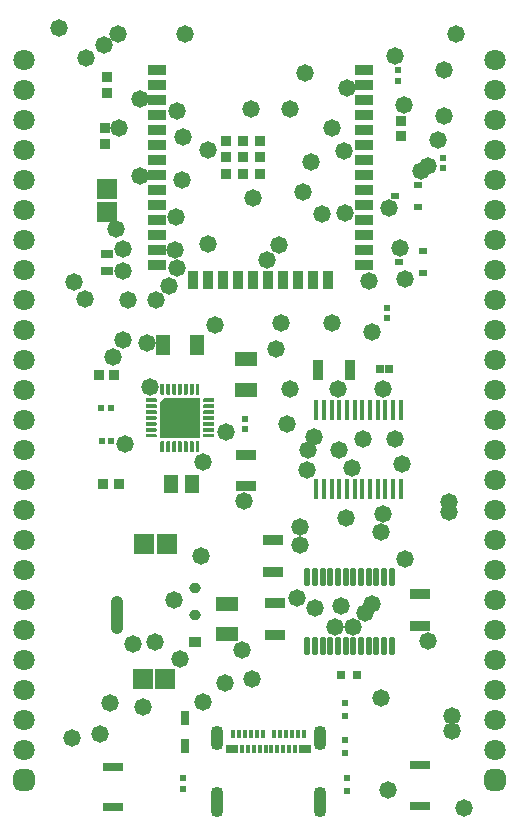
<source format=gts>
G04*
G04 #@! TF.GenerationSoftware,Altium Limited,Altium Designer,23.1.1 (15)*
G04*
G04 Layer_Color=8388736*
%FSLAX44Y44*%
%MOMM*%
G71*
G04*
G04 #@! TF.SameCoordinates,41D86B32-BED1-46DB-A61E-0691954F4559*
G04*
G04*
G04 #@! TF.FilePolarity,Negative*
G04*
G01*
G75*
G04:AMPARAMS|DCode=15|XSize=1.7528mm|YSize=0.4149mm|CornerRadius=0.2075mm|HoleSize=0mm|Usage=FLASHONLY|Rotation=270.000|XOffset=0mm|YOffset=0mm|HoleType=Round|Shape=RoundedRectangle|*
%AMROUNDEDRECTD15*
21,1,1.7528,0.0000,0,0,270.0*
21,1,1.3379,0.4149,0,0,270.0*
1,1,0.4149,0.0000,-0.6690*
1,1,0.4149,0.0000,0.6690*
1,1,0.4149,0.0000,0.6690*
1,1,0.4149,0.0000,-0.6690*
%
%ADD15ROUNDEDRECTD15*%
%ADD16R,0.4149X1.7528*%
%ADD17R,1.7000X0.8000*%
%ADD19R,0.9000X0.8500*%
%ADD21R,0.7000X0.7000*%
%ADD22R,0.8500X0.9000*%
%ADD24R,0.5725X0.6153*%
%ADD27R,0.9000X0.9000*%
%ADD28R,0.9000X1.5000*%
%ADD29R,1.5000X0.9000*%
%ADD30R,1.0000X0.7000*%
%ADD31R,0.3000X0.7000*%
G04:AMPARAMS|DCode=32|XSize=1.5mm|YSize=0.45mm|CornerRadius=0.0495mm|HoleSize=0mm|Usage=FLASHONLY|Rotation=90.000|XOffset=0mm|YOffset=0mm|HoleType=Round|Shape=RoundedRectangle|*
%AMROUNDEDRECTD32*
21,1,1.5000,0.3510,0,0,90.0*
21,1,1.4010,0.4500,0,0,90.0*
1,1,0.0990,0.1755,0.7005*
1,1,0.0990,0.1755,-0.7005*
1,1,0.0990,-0.1755,-0.7005*
1,1,0.0990,-0.1755,0.7005*
%
%ADD32ROUNDEDRECTD32*%
%ADD33R,1.0043X0.8721*%
G04:AMPARAMS|DCode=34|XSize=1.0043mm|YSize=0.8721mm|CornerRadius=0.4361mm|HoleSize=0mm|Usage=FLASHONLY|Rotation=180.000|XOffset=0mm|YOffset=0mm|HoleType=Round|Shape=RoundedRectangle|*
%AMROUNDEDRECTD34*
21,1,1.0043,0.0000,0,0,180.0*
21,1,0.1322,0.8721,0,0,180.0*
1,1,0.8721,-0.0661,0.0000*
1,1,0.8721,0.0661,0.0000*
1,1,0.8721,0.0661,0.0000*
1,1,0.8721,-0.0661,0.0000*
%
%ADD34ROUNDEDRECTD34*%
G04:AMPARAMS|DCode=35|XSize=1.0043mm|YSize=3.1821mm|CornerRadius=0.4369mm|HoleSize=0mm|Usage=FLASHONLY|Rotation=180.000|XOffset=0mm|YOffset=0mm|HoleType=Round|Shape=RoundedRectangle|*
%AMROUNDEDRECTD35*
21,1,1.0043,2.3084,0,0,180.0*
21,1,0.1306,3.1821,0,0,180.0*
1,1,0.8737,-0.0653,1.1542*
1,1,0.8737,0.0653,1.1542*
1,1,0.8737,0.0653,-1.1542*
1,1,0.8737,-0.0653,-1.1542*
%
%ADD35ROUNDEDRECTD35*%
%ADD36R,0.8000X0.6000*%
%ADD37R,0.9561X1.6582*%
%ADD38R,1.6582X0.9561*%
%ADD39R,0.5725X0.5682*%
%ADD41R,1.2549X1.8062*%
%ADD43R,0.4682X0.4725*%
%ADD44R,0.4725X0.4682*%
%ADD45C,0.2700*%
%ADD47R,0.6153X0.5725*%
%ADD48R,1.7532X1.6532*%
%ADD49R,0.7632X0.7232*%
%ADD50R,1.6532X1.7532*%
%ADD51R,0.7032X1.2782*%
%ADD52R,0.5232X0.6332*%
%ADD53R,1.9032X1.3032*%
%ADD54R,1.3032X1.6032*%
%ADD55C,3.0150*%
%ADD56R,1.0032X0.8032*%
G04:AMPARAMS|DCode=57|XSize=1.1mm|YSize=2.6mm|CornerRadius=0.55mm|HoleSize=0mm|Usage=FLASHONLY|Rotation=0.000|XOffset=0mm|YOffset=0mm|HoleType=Round|Shape=RoundedRectangle|*
%AMROUNDEDRECTD57*
21,1,1.1000,1.5000,0,0,0.0*
21,1,0.0000,2.6000,0,0,0.0*
1,1,1.1000,0.0000,-0.7500*
1,1,1.1000,0.0000,-0.7500*
1,1,1.1000,0.0000,0.7500*
1,1,1.1000,0.0000,0.7500*
%
%ADD57ROUNDEDRECTD57*%
G04:AMPARAMS|DCode=58|XSize=1.1mm|YSize=2.1mm|CornerRadius=0.55mm|HoleSize=0mm|Usage=FLASHONLY|Rotation=0.000|XOffset=0mm|YOffset=0mm|HoleType=Round|Shape=RoundedRectangle|*
%AMROUNDEDRECTD58*
21,1,1.1000,1.0000,0,0,0.0*
21,1,0.0000,2.1000,0,0,0.0*
1,1,1.1000,0.0000,-0.5000*
1,1,1.1000,0.0000,-0.5000*
1,1,1.1000,0.0000,0.5000*
1,1,1.1000,0.0000,0.5000*
%
%ADD58ROUNDEDRECTD58*%
%ADD59C,1.8032*%
G04:AMPARAMS|DCode=60|XSize=1.8032mm|YSize=1.8032mm|CornerRadius=0.5016mm|HoleSize=0mm|Usage=FLASHONLY|Rotation=90.000|XOffset=0mm|YOffset=0mm|HoleType=Round|Shape=RoundedRectangle|*
%AMROUNDEDRECTD60*
21,1,1.8032,0.8000,0,0,90.0*
21,1,0.8000,1.8032,0,0,90.0*
1,1,1.0032,0.4000,0.4000*
1,1,1.0032,0.4000,-0.4000*
1,1,1.0032,-0.4000,-0.4000*
1,1,1.0032,-0.4000,0.4000*
%
%ADD60ROUNDEDRECTD60*%
%ADD61C,1.4732*%
G36*
X981620Y789230D02*
Y788932D01*
X981391Y788380D01*
X980969Y787958D01*
X980418Y787730D01*
X979821D01*
X979270Y787958D01*
X978848Y788380D01*
X978620Y788932D01*
Y789230D01*
Y797230D01*
X981620D01*
Y789230D01*
D02*
G37*
G36*
X976620D02*
Y788932D01*
X976391Y788380D01*
X975969Y787958D01*
X975418Y787730D01*
X974821D01*
X974270Y787958D01*
X973848Y788380D01*
X973620Y788932D01*
Y789230D01*
Y797230D01*
X976620D01*
Y789230D01*
D02*
G37*
G36*
X971620D02*
Y788932D01*
X971391Y788380D01*
X970969Y787958D01*
X970418Y787730D01*
X969821D01*
X969270Y787958D01*
X968848Y788380D01*
X968620Y788932D01*
Y789230D01*
Y797230D01*
X971620D01*
X971620Y789230D01*
D02*
G37*
G36*
X966620D02*
Y788932D01*
X966391Y788380D01*
X965969Y787958D01*
X965418Y787730D01*
X964821D01*
X964270Y787958D01*
X963848Y788380D01*
X963620Y788932D01*
Y789230D01*
Y797230D01*
X966620D01*
Y789230D01*
D02*
G37*
G36*
X961620D02*
Y788932D01*
X961391Y788380D01*
X960969Y787958D01*
X960418Y787730D01*
X959821D01*
X959270Y787958D01*
X958848Y788380D01*
X958620Y788932D01*
Y789230D01*
X958620D01*
Y797230D01*
X961620D01*
Y789230D01*
D02*
G37*
G36*
X956620D02*
Y788932D01*
X956391Y788380D01*
X955969Y787958D01*
X955418Y787730D01*
X954821D01*
X954270Y787958D01*
X953848Y788380D01*
X953620Y788932D01*
Y789230D01*
Y797230D01*
X956620D01*
Y789230D01*
D02*
G37*
G36*
X951620D02*
Y788932D01*
X951391Y788380D01*
X950969Y787958D01*
X950418Y787730D01*
X949821D01*
X949270Y787958D01*
X948848Y788380D01*
X948620Y788932D01*
Y789230D01*
Y797230D01*
X951620D01*
Y789230D01*
D02*
G37*
G36*
X993870Y781980D02*
X985571D01*
X985020Y782208D01*
X984598Y782630D01*
X984370Y783182D01*
Y783480D01*
Y783778D01*
X984598Y784330D01*
X985020Y784752D01*
X985571Y784980D01*
X993870D01*
Y781980D01*
D02*
G37*
G36*
X945219Y784752D02*
X945641Y784330D01*
X945870Y783778D01*
Y783480D01*
Y783182D01*
X945641Y782630D01*
X945219Y782208D01*
X944668Y781980D01*
X936370D01*
Y784980D01*
X944668D01*
X945219Y784752D01*
D02*
G37*
G36*
X993870Y776980D02*
X985571D01*
X985020Y777208D01*
X984598Y777630D01*
X984370Y778182D01*
Y778480D01*
Y778778D01*
X984598Y779330D01*
X985020Y779752D01*
X985571Y779980D01*
X993870D01*
Y776980D01*
D02*
G37*
G36*
X945219Y779752D02*
X945641Y779330D01*
X945870Y778778D01*
Y778480D01*
Y778182D01*
X945641Y777630D01*
X945219Y777208D01*
X944668Y776980D01*
X936370D01*
Y779980D01*
X944668D01*
X945219Y779752D01*
D02*
G37*
G36*
X993870Y771980D02*
X985571D01*
X985020Y772208D01*
X984598Y772630D01*
X984370Y773182D01*
Y773480D01*
Y773778D01*
X984598Y774330D01*
X985020Y774752D01*
X985571Y774980D01*
X985870D01*
Y774980D01*
X993870D01*
Y771980D01*
D02*
G37*
G36*
X944370Y774980D02*
X944668D01*
X945219Y774752D01*
X945641Y774330D01*
X945870Y773778D01*
Y773480D01*
Y773182D01*
X945641Y772630D01*
X945219Y772208D01*
X944668Y771980D01*
X936370D01*
Y774980D01*
X944370Y774980D01*
D02*
G37*
G36*
X993870Y766980D02*
X985571D01*
X985020Y767208D01*
X984598Y767630D01*
X984370Y768182D01*
Y768480D01*
Y768778D01*
X984598Y769330D01*
X985020Y769752D01*
X985571Y769980D01*
X993870D01*
Y766980D01*
D02*
G37*
G36*
X945219Y769752D02*
X945641Y769330D01*
X945870Y768778D01*
Y768480D01*
Y768182D01*
X945641Y767630D01*
X945219Y767208D01*
X944668Y766980D01*
X936370D01*
Y769980D01*
X944668D01*
X945219Y769752D01*
D02*
G37*
G36*
X993870Y761980D02*
X985870Y761980D01*
X985571D01*
X985020Y762208D01*
X984598Y762630D01*
X984370Y763182D01*
Y763480D01*
Y763778D01*
X984598Y764330D01*
X985020Y764752D01*
X985571Y764980D01*
X993870D01*
Y761980D01*
D02*
G37*
G36*
X945219Y764752D02*
X945641Y764330D01*
X945870Y763778D01*
Y763480D01*
Y763182D01*
X945641Y762630D01*
X945219Y762208D01*
X944668Y761980D01*
X944370D01*
Y761980D01*
X936370D01*
Y764980D01*
X944668D01*
X945219Y764752D01*
D02*
G37*
G36*
X993870Y756980D02*
X985571D01*
X985020Y757208D01*
X984598Y757630D01*
X984370Y758182D01*
Y758480D01*
Y758778D01*
X984598Y759330D01*
X985020Y759752D01*
X985571Y759980D01*
X993870D01*
Y756980D01*
D02*
G37*
G36*
X945219Y759752D02*
X945641Y759330D01*
X945870Y758778D01*
Y758480D01*
Y758182D01*
X945641Y757630D01*
X945219Y757208D01*
X944668Y756980D01*
X936370D01*
Y759980D01*
X944668D01*
X945219Y759752D01*
D02*
G37*
G36*
X993870Y751980D02*
X985571D01*
X985020Y752208D01*
X984598Y752630D01*
X984370Y753182D01*
Y753480D01*
Y753778D01*
X984598Y754330D01*
X985020Y754752D01*
X985571Y754980D01*
X993870D01*
Y751980D01*
D02*
G37*
G36*
X945219Y754752D02*
X945641Y754330D01*
X945870Y753778D01*
Y753480D01*
Y753182D01*
X945641Y752630D01*
X945219Y752208D01*
X944668Y751980D01*
X936370D01*
Y754980D01*
X944668D01*
X945219Y754752D01*
D02*
G37*
G36*
X981870Y751730D02*
X948370D01*
Y781730D01*
X951870Y785230D01*
X981870D01*
Y751730D01*
D02*
G37*
G36*
X980969Y749002D02*
X981391Y748580D01*
X981620Y748028D01*
Y747730D01*
Y739730D01*
X978620D01*
Y747730D01*
Y748028D01*
X978848Y748580D01*
X979270Y749002D01*
X979821Y749230D01*
X980418D01*
X980969Y749002D01*
D02*
G37*
G36*
X975969D02*
X976391Y748580D01*
X976620Y748028D01*
Y747730D01*
Y739730D01*
X973620D01*
Y747730D01*
Y748028D01*
X973848Y748580D01*
X974270Y749002D01*
X974821Y749230D01*
X975418D01*
X975969Y749002D01*
D02*
G37*
G36*
X970969D02*
X971391Y748580D01*
X971620Y748028D01*
Y747730D01*
X971620D01*
Y739730D01*
X968620D01*
Y747730D01*
Y748028D01*
X968848Y748580D01*
X969270Y749002D01*
X969821Y749230D01*
X970418D01*
X970969Y749002D01*
D02*
G37*
G36*
X965969D02*
X966391Y748580D01*
X966620Y748028D01*
Y747730D01*
Y739730D01*
X963620D01*
Y747730D01*
Y748028D01*
X963848Y748580D01*
X964270Y749002D01*
X964821Y749230D01*
X965418D01*
X965969Y749002D01*
D02*
G37*
G36*
X960969D02*
X961391Y748580D01*
X961620Y748028D01*
Y747730D01*
Y739730D01*
X958620D01*
X958620Y747730D01*
Y748028D01*
X958848Y748580D01*
X959270Y749002D01*
X959821Y749230D01*
X960418D01*
X960969Y749002D01*
D02*
G37*
G36*
X955969D02*
X956391Y748580D01*
X956620Y748028D01*
Y747730D01*
Y739730D01*
X953620D01*
Y747730D01*
Y748028D01*
X953848Y748580D01*
X954270Y749002D01*
X954821Y749230D01*
X955418D01*
X955969Y749002D01*
D02*
G37*
G36*
X950969D02*
X951391Y748580D01*
X951620Y748028D01*
Y747730D01*
Y739730D01*
X948620D01*
Y747730D01*
Y748028D01*
X948848Y748580D01*
X949270Y749002D01*
X949821Y749230D01*
X950418D01*
X950969Y749002D01*
D02*
G37*
D15*
X1152080Y707928D02*
D03*
X1145580D02*
D03*
X1139080D02*
D03*
X1132580D02*
D03*
X1126080D02*
D03*
X1119580D02*
D03*
X1113080D02*
D03*
X1106580D02*
D03*
X1100080D02*
D03*
X1093580D02*
D03*
X1087080D02*
D03*
X1080580D02*
D03*
Y775432D02*
D03*
X1087080D02*
D03*
X1093580D02*
D03*
X1100080D02*
D03*
X1106580D02*
D03*
X1113080D02*
D03*
X1119580D02*
D03*
X1126080D02*
D03*
X1132580D02*
D03*
X1139080D02*
D03*
X1145580D02*
D03*
D16*
X1152080D02*
D03*
D17*
X908050Y472930D02*
D03*
Y438930D02*
D03*
X1168400Y474200D02*
D03*
Y440200D02*
D03*
D19*
X901700Y1000610D02*
D03*
Y1013610D02*
D03*
X1151890Y1019810D02*
D03*
Y1006810D02*
D03*
X902970Y1043940D02*
D03*
Y1056940D02*
D03*
D21*
X1115090Y551180D02*
D03*
X1101090D02*
D03*
D22*
X913280Y712470D02*
D03*
X900280D02*
D03*
X909470Y805180D02*
D03*
X896470D02*
D03*
D24*
X967740Y454660D02*
D03*
Y463232D02*
D03*
D27*
X1032510Y975300D02*
D03*
X1018510D02*
D03*
X1004510D02*
D03*
X1032510Y989300D02*
D03*
X1018510D02*
D03*
X1004510D02*
D03*
X1032510Y1003300D02*
D03*
X1018510D02*
D03*
X1004510D02*
D03*
D28*
X1090710Y885100D02*
D03*
X1078010D02*
D03*
X1065310D02*
D03*
X1052610D02*
D03*
X1039910D02*
D03*
X1027210D02*
D03*
X1014510D02*
D03*
X1001810D02*
D03*
X989110D02*
D03*
X976410D02*
D03*
D29*
X1121010Y1062700D02*
D03*
Y1050000D02*
D03*
Y1037300D02*
D03*
Y1024600D02*
D03*
Y1011900D02*
D03*
Y999200D02*
D03*
Y986500D02*
D03*
Y973800D02*
D03*
Y961100D02*
D03*
Y948400D02*
D03*
Y935700D02*
D03*
Y923000D02*
D03*
Y910300D02*
D03*
Y897600D02*
D03*
X946010D02*
D03*
Y910300D02*
D03*
Y923000D02*
D03*
Y935700D02*
D03*
Y948400D02*
D03*
Y961100D02*
D03*
Y973800D02*
D03*
Y986500D02*
D03*
Y999200D02*
D03*
Y1011900D02*
D03*
Y1024600D02*
D03*
Y1037300D02*
D03*
Y1050000D02*
D03*
Y1062700D02*
D03*
D30*
X1071130Y488250D02*
D03*
X1009130D02*
D03*
D31*
X1017630D02*
D03*
X1022630D02*
D03*
X1027630D02*
D03*
X1032630D02*
D03*
X1037630D02*
D03*
X1042630D02*
D03*
X1047630D02*
D03*
X1052630D02*
D03*
X1057630D02*
D03*
X1062630D02*
D03*
X1070130Y501250D02*
D03*
X1065130D02*
D03*
X1060130D02*
D03*
X1055130D02*
D03*
X1050130D02*
D03*
X1045130D02*
D03*
X1035130D02*
D03*
X1030130D02*
D03*
X1025130D02*
D03*
X1020130D02*
D03*
X1015130D02*
D03*
X1010130D02*
D03*
D32*
X1072960Y633520D02*
D03*
X1079460D02*
D03*
X1085960D02*
D03*
X1092460D02*
D03*
X1098960D02*
D03*
X1105460D02*
D03*
X1111960D02*
D03*
X1118460D02*
D03*
X1124960D02*
D03*
X1131460D02*
D03*
X1137960D02*
D03*
X1144460D02*
D03*
Y575520D02*
D03*
X1137960D02*
D03*
X1131460D02*
D03*
X1124960D02*
D03*
X1118460D02*
D03*
X1111960D02*
D03*
X1105460D02*
D03*
X1098960D02*
D03*
X1092460D02*
D03*
X1085960D02*
D03*
X1079460D02*
D03*
X1072960D02*
D03*
D33*
X977830Y579080D02*
D03*
D34*
Y601980D02*
D03*
Y624880D02*
D03*
D35*
X911930Y601980D02*
D03*
D36*
X1167010Y946810D02*
D03*
Y965810D02*
D03*
X1146810Y956310D02*
D03*
X1170880Y890930D02*
D03*
Y909930D02*
D03*
X1150680Y900430D02*
D03*
D37*
X1082188Y808990D02*
D03*
X1108710D02*
D03*
D38*
X1045210Y611431D02*
D03*
Y584909D02*
D03*
X1043940Y638249D02*
D03*
Y664771D02*
D03*
X1168400Y619051D02*
D03*
Y592529D02*
D03*
X1021080Y737161D02*
D03*
Y710639D02*
D03*
D39*
X1149350Y1053947D02*
D03*
Y1062990D02*
D03*
X1140460Y861771D02*
D03*
Y852728D02*
D03*
X1187450Y988772D02*
D03*
Y979729D02*
D03*
D41*
X979456Y830580D02*
D03*
X950944D02*
D03*
D43*
X898948Y749300D02*
D03*
X906991D02*
D03*
D44*
X1019810Y767292D02*
D03*
Y759249D02*
D03*
D45*
X950119Y792480D02*
D03*
X955120D02*
D03*
X960120D02*
D03*
X965120Y795230D02*
D03*
X970120Y792480D02*
D03*
X975120D02*
D03*
X980120D02*
D03*
X989120Y783480D02*
D03*
Y778480D02*
D03*
Y773480D02*
D03*
X991870Y768480D02*
D03*
X989120Y763480D02*
D03*
Y758480D02*
D03*
Y753480D02*
D03*
X980120Y744480D02*
D03*
X975120D02*
D03*
X970120D02*
D03*
X965120Y741230D02*
D03*
X960120Y744480D02*
D03*
X955120D02*
D03*
X950119D02*
D03*
X941120Y753480D02*
D03*
Y758480D02*
D03*
Y763480D02*
D03*
X937870Y768480D02*
D03*
X941120Y773480D02*
D03*
Y778480D02*
D03*
Y783480D02*
D03*
D47*
X906780Y777240D02*
D03*
X898209D02*
D03*
D48*
X902970Y962000D02*
D03*
Y943000D02*
D03*
D49*
X1141720Y810260D02*
D03*
X1134120D02*
D03*
D50*
X933500Y547370D02*
D03*
X952500D02*
D03*
X934770Y661670D02*
D03*
X953770D02*
D03*
D51*
X969010Y491110D02*
D03*
Y514350D02*
D03*
D52*
X1104900Y527470D02*
D03*
Y516470D02*
D03*
Y496140D02*
D03*
Y485140D02*
D03*
X1106170Y452970D02*
D03*
Y463970D02*
D03*
D53*
X1004570Y585170D02*
D03*
Y611170D02*
D03*
X1021080Y792180D02*
D03*
Y818180D02*
D03*
D54*
X957720Y712470D02*
D03*
X975220D02*
D03*
D55*
X965120Y768480D02*
D03*
D56*
X902970Y907680D02*
D03*
Y893180D02*
D03*
D57*
X1083330Y443549D02*
D03*
X996930D02*
D03*
D58*
X1083330Y497150D02*
D03*
X996930D02*
D03*
D59*
X833120Y919480D02*
D03*
Y894080D02*
D03*
Y868680D02*
D03*
Y843280D02*
D03*
Y792480D02*
D03*
Y767080D02*
D03*
Y665480D02*
D03*
Y589280D02*
D03*
Y538480D02*
D03*
Y487680D02*
D03*
Y513080D02*
D03*
Y563880D02*
D03*
Y614680D02*
D03*
Y640080D02*
D03*
Y690880D02*
D03*
Y716280D02*
D03*
Y741680D02*
D03*
Y817880D02*
D03*
Y944880D02*
D03*
Y970280D02*
D03*
Y995680D02*
D03*
Y1021080D02*
D03*
Y1046480D02*
D03*
Y1071880D02*
D03*
X1231900Y919480D02*
D03*
Y894080D02*
D03*
Y868680D02*
D03*
Y843280D02*
D03*
Y792480D02*
D03*
Y767080D02*
D03*
Y665480D02*
D03*
Y589280D02*
D03*
Y538480D02*
D03*
Y487680D02*
D03*
Y513080D02*
D03*
Y563880D02*
D03*
Y614680D02*
D03*
Y640080D02*
D03*
Y690880D02*
D03*
Y716280D02*
D03*
Y741680D02*
D03*
Y817880D02*
D03*
Y944880D02*
D03*
Y970280D02*
D03*
Y995680D02*
D03*
Y1021080D02*
D03*
Y1046480D02*
D03*
Y1071880D02*
D03*
D60*
X833120Y462280D02*
D03*
X1231900D02*
D03*
D61*
X1154430Y1033780D02*
D03*
X1094232Y849122D02*
D03*
X1135380Y531114D02*
D03*
X1195578Y516382D02*
D03*
X1071118Y1060196D02*
D03*
X897636Y501142D02*
D03*
X933500Y524002D02*
D03*
X939800Y794766D02*
D03*
X959866Y614426D02*
D03*
X908050Y819658D02*
D03*
X910844Y928624D02*
D03*
X1127506Y840940D02*
D03*
X1147572Y1075182D02*
D03*
X1151636Y912368D02*
D03*
X925576Y577342D02*
D03*
X873760Y497840D02*
D03*
X1136904Y792988D02*
D03*
X966978Y970026D02*
D03*
X1152906Y729234D02*
D03*
X1058418Y792988D02*
D03*
X916686Y911606D02*
D03*
X931308Y1038606D02*
D03*
X1188974Y1062990D02*
D03*
X944626Y867918D02*
D03*
X1064260Y616204D02*
D03*
X875538Y883158D02*
D03*
X1104646Y941832D02*
D03*
X884899Y868934D02*
D03*
X1085342Y940816D02*
D03*
X885190Y1073053D02*
D03*
X1094232Y1013714D02*
D03*
X862838Y1098550D02*
D03*
X1103666Y994192D02*
D03*
X1075691Y985230D02*
D03*
X918718Y746252D02*
D03*
X1003046Y544068D02*
D03*
X905764Y526796D02*
D03*
X1169162Y977900D02*
D03*
X1155700Y886206D02*
D03*
X1066546Y660908D02*
D03*
X1175512Y579374D02*
D03*
X1049020Y914654D02*
D03*
X1124966Y884174D02*
D03*
X1078738Y752602D02*
D03*
X1069340Y959358D02*
D03*
X1026668Y954278D02*
D03*
X962914Y895096D02*
D03*
X994410Y847344D02*
D03*
X917194Y834390D02*
D03*
X921258Y868426D02*
D03*
X1018032Y572262D02*
D03*
X916686Y893180D02*
D03*
X982980Y651510D02*
D03*
X1192784Y689102D02*
D03*
X1135380Y672084D02*
D03*
X1105662Y683514D02*
D03*
X1192784Y696976D02*
D03*
X1100074Y740918D02*
D03*
X1188974Y1024128D02*
D03*
X962152Y938530D02*
D03*
X1073659Y741679D02*
D03*
X1072642Y724408D02*
D03*
X931164Y973074D02*
D03*
X962914Y895096D02*
D03*
X1056132Y763270D02*
D03*
X1099312Y792734D02*
D03*
X1205992Y438150D02*
D03*
X1195578Y503428D02*
D03*
X1175512Y981456D02*
D03*
X1120394Y750824D02*
D03*
X1046734Y827024D02*
D03*
X989076Y915368D02*
D03*
Y995680D02*
D03*
X1050798Y849122D02*
D03*
X1038860Y901954D02*
D03*
X1079460Y607568D02*
D03*
X960628Y910336D02*
D03*
X956056Y879856D02*
D03*
X1066546Y676148D02*
D03*
X1121918Y603250D02*
D03*
X1128014Y611124D02*
D03*
X1141476Y453136D02*
D03*
X1136650Y687324D02*
D03*
X1110488Y725678D02*
D03*
X937514Y831596D02*
D03*
X984364Y731266D02*
D03*
X1111758Y591312D02*
D03*
X1147572Y750824D02*
D03*
X1142492Y946150D02*
D03*
X1183640Y1003808D02*
D03*
X1025652Y1029716D02*
D03*
X1057946D02*
D03*
X962406Y1028446D02*
D03*
X912876Y1093470D02*
D03*
X1101598Y608838D02*
D03*
X1106170Y1047496D02*
D03*
X1096264Y591820D02*
D03*
X985012Y528066D02*
D03*
X944118Y578612D02*
D03*
X1003808Y756158D02*
D03*
X1019048Y698500D02*
D03*
X1155700Y649224D02*
D03*
X1199134Y1093470D02*
D03*
X969772D02*
D03*
X900430Y1084072D02*
D03*
X965200Y564388D02*
D03*
X1026160Y547370D02*
D03*
X967486Y1006094D02*
D03*
X913742Y1013610D02*
D03*
M02*

</source>
